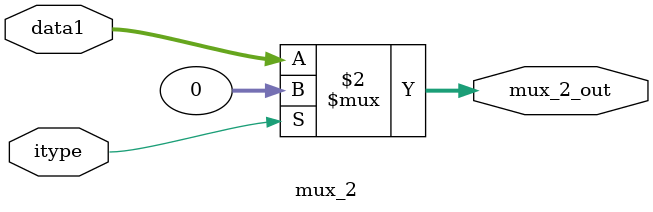
<source format=v>
`timescale 1ns / 1ps
module mux_2(
    input [31:0] data1,
    input itype,
    output [31:0] mux_2_out
    );
	
	assign mux_2_out = (itype == 1)?0:data1;

endmodule

</source>
